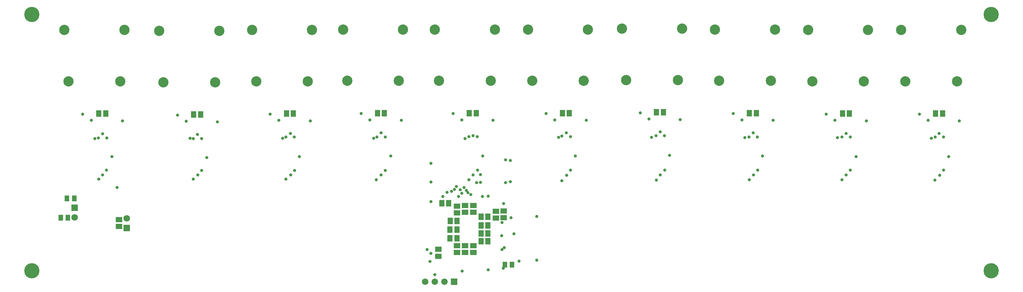
<source format=gbs>
G04 Layer_Color=16711935*
%FSLAX25Y25*%
%MOIN*%
G70*
G01*
G75*
%ADD35R,0.04934X0.06312*%
%ADD42R,0.05328X0.06509*%
%ADD43R,0.06509X0.05328*%
%ADD45C,0.15800*%
%ADD46R,0.06706X0.06706*%
%ADD47C,0.06706*%
%ADD48C,0.06800*%
%ADD49R,0.06800X0.06800*%
%ADD50C,0.10642*%
%ADD51C,0.03162*%
D35*
X568760Y223000D02*
D03*
X576240D02*
D03*
X116000Y271500D02*
D03*
X108520D02*
D03*
X122480Y291500D02*
D03*
X115000D02*
D03*
D42*
X551185Y272642D02*
D03*
X544098D02*
D03*
X510728Y286642D02*
D03*
X503642D02*
D03*
X551185Y263642D02*
D03*
X544098D02*
D03*
X551185Y255142D02*
D03*
X544098D02*
D03*
X551185Y247142D02*
D03*
X544098D02*
D03*
X512055Y250142D02*
D03*
X519142D02*
D03*
X512055Y259142D02*
D03*
X519142D02*
D03*
X512098Y268142D02*
D03*
X519185D02*
D03*
X1015413Y379500D02*
D03*
X1022500D02*
D03*
X918913D02*
D03*
X926000D02*
D03*
X822413Y380000D02*
D03*
X829500D02*
D03*
X726083Y380850D02*
D03*
X733169D02*
D03*
X628563Y380000D02*
D03*
X635650D02*
D03*
X532063D02*
D03*
X539150D02*
D03*
X436913D02*
D03*
X444000D02*
D03*
X342563Y379500D02*
D03*
X349650D02*
D03*
X246413Y378500D02*
D03*
X253500D02*
D03*
X148063Y379500D02*
D03*
X155150D02*
D03*
D43*
X527598Y284185D02*
D03*
Y277098D02*
D03*
X519098Y283685D02*
D03*
Y276598D02*
D03*
X536098Y284185D02*
D03*
Y277098D02*
D03*
X527598Y235642D02*
D03*
Y242728D02*
D03*
X536098Y235555D02*
D03*
Y242642D02*
D03*
X519098Y235642D02*
D03*
Y242728D02*
D03*
X559642Y278185D02*
D03*
Y271098D02*
D03*
X499821Y238773D02*
D03*
Y231687D02*
D03*
X567642Y278728D02*
D03*
Y271642D02*
D03*
X169000Y269500D02*
D03*
Y262413D02*
D03*
D45*
X78740Y482283D02*
D03*
Y216535D02*
D03*
X1072835D02*
D03*
Y482283D02*
D03*
D46*
X516142Y205142D02*
D03*
D47*
X506142D02*
D03*
X496142D02*
D03*
X486142D02*
D03*
D48*
X123000Y272000D02*
D03*
X177000Y271000D02*
D03*
D49*
X123000Y282000D02*
D03*
X177000Y261000D02*
D03*
D50*
X1041831Y466150D02*
D03*
X979626D02*
D03*
X983957Y413000D02*
D03*
X1037500D02*
D03*
X945331Y466150D02*
D03*
X883126D02*
D03*
X887457Y413000D02*
D03*
X941000D02*
D03*
X848831Y466650D02*
D03*
X786626D02*
D03*
X790957Y413500D02*
D03*
X844500D02*
D03*
X752500Y467500D02*
D03*
X690295D02*
D03*
X694626Y414350D02*
D03*
X748169D02*
D03*
X654980Y466650D02*
D03*
X592776D02*
D03*
X597106Y413500D02*
D03*
X650650D02*
D03*
X558480Y466650D02*
D03*
X496276D02*
D03*
X500606Y413500D02*
D03*
X554150D02*
D03*
X463331Y466650D02*
D03*
X401126D02*
D03*
X405457Y413500D02*
D03*
X459000D02*
D03*
X368980Y466150D02*
D03*
X306776D02*
D03*
X311106Y413000D02*
D03*
X364650D02*
D03*
X272831Y465150D02*
D03*
X210626D02*
D03*
X214957Y412000D02*
D03*
X268500D02*
D03*
X174480Y466150D02*
D03*
X112276D02*
D03*
X116606Y413000D02*
D03*
X170150D02*
D03*
D51*
X167000Y303000D02*
D03*
X1011000Y354000D02*
D03*
X913500Y354500D02*
D03*
X817500D02*
D03*
X531443Y311057D02*
D03*
X721000Y355000D02*
D03*
X624500D02*
D03*
X527500Y353500D02*
D03*
X433000Y354000D02*
D03*
X338500D02*
D03*
X516500Y301000D02*
D03*
X242500Y354000D02*
D03*
X513500Y299000D02*
D03*
X524642Y216142D02*
D03*
X347000Y316000D02*
D03*
X342000Y311500D02*
D03*
X144000Y353500D02*
D03*
X496142Y212642D02*
D03*
X152000Y316000D02*
D03*
X147443Y354116D02*
D03*
X254500Y320500D02*
D03*
X156000Y321000D02*
D03*
X351000Y320500D02*
D03*
X350711Y355116D02*
D03*
X492098Y288142D02*
D03*
X567402Y219402D02*
D03*
X492142Y234642D02*
D03*
X488182Y238601D02*
D03*
X491142Y226142D02*
D03*
X509026Y298026D02*
D03*
X504642Y293642D02*
D03*
X1023561Y320939D02*
D03*
X1019500Y315500D02*
D03*
X1014500Y310500D02*
D03*
X927061Y355116D02*
D03*
X830561D02*
D03*
X734231Y356616D02*
D03*
X637000Y355500D02*
D03*
X927000Y321000D02*
D03*
X831000D02*
D03*
X734500D02*
D03*
X637000D02*
D03*
X540211Y355616D02*
D03*
X445061Y355116D02*
D03*
X254561Y353616D02*
D03*
X156211Y354116D02*
D03*
X540500Y321000D02*
D03*
X445000Y320500D02*
D03*
X918293Y355116D02*
D03*
X725462Y356616D02*
D03*
X821793Y355116D02*
D03*
X627943Y356116D02*
D03*
X531443Y355616D02*
D03*
X918293Y311000D02*
D03*
X822147Y310853D02*
D03*
X726000Y310500D02*
D03*
X627943Y310057D02*
D03*
X436293Y355116D02*
D03*
X341943D02*
D03*
X245793Y353616D02*
D03*
X435500Y311000D02*
D03*
X148000Y311500D02*
D03*
X246000D02*
D03*
X922500Y359000D02*
D03*
X730000Y360500D02*
D03*
X826177Y359500D02*
D03*
X632500D02*
D03*
X826500Y316000D02*
D03*
X922500D02*
D03*
X536000D02*
D03*
X730000D02*
D03*
X633000Y315500D02*
D03*
X440677Y359500D02*
D03*
X346500Y359000D02*
D03*
X250177Y358000D02*
D03*
X151827Y358500D02*
D03*
X440500Y316000D02*
D03*
X250500Y315900D02*
D03*
X1023561Y355116D02*
D03*
X1014793D02*
D03*
X1019000Y359000D02*
D03*
X172650Y372000D02*
D03*
X140150Y372500D02*
D03*
X131150Y379000D02*
D03*
X1040000Y372000D02*
D03*
X998500Y379000D02*
D03*
X1007500Y372500D02*
D03*
X902000Y379000D02*
D03*
X943500Y372000D02*
D03*
X911000Y372500D02*
D03*
X805500Y379500D02*
D03*
X847000Y372500D02*
D03*
X814500Y373000D02*
D03*
X709169Y380350D02*
D03*
X750669Y373350D02*
D03*
X718169Y373850D02*
D03*
X653150Y372500D02*
D03*
X611650Y379500D02*
D03*
X620650Y373000D02*
D03*
X515150Y379500D02*
D03*
X556650Y372500D02*
D03*
X524150Y373000D02*
D03*
X461500Y372500D02*
D03*
X420000Y379500D02*
D03*
X429000Y373000D02*
D03*
X325650Y379000D02*
D03*
X367150Y372000D02*
D03*
X334650Y372500D02*
D03*
X271000Y371000D02*
D03*
X229500Y378000D02*
D03*
X238500Y371500D02*
D03*
X567642Y286142D02*
D03*
X575142Y271642D02*
D03*
X551642Y217642D02*
D03*
X161500Y335000D02*
D03*
X260000Y334000D02*
D03*
X356000Y335000D02*
D03*
X450500Y335500D02*
D03*
X546000D02*
D03*
X642000D02*
D03*
X739650Y336350D02*
D03*
X836000Y335500D02*
D03*
X933000Y335000D02*
D03*
X1029000D02*
D03*
X568142Y240642D02*
D03*
X583642Y226642D02*
D03*
X602000Y273000D02*
D03*
Y227500D02*
D03*
X566000Y238500D02*
D03*
Y266500D02*
D03*
X545642Y293642D02*
D03*
X551476Y293876D02*
D03*
X520781Y293719D02*
D03*
X524100Y296900D02*
D03*
X533482Y295500D02*
D03*
X518500Y304000D02*
D03*
X522500Y300500D02*
D03*
X530500Y297500D02*
D03*
X528781Y300000D02*
D03*
X526500Y303000D02*
D03*
X539500Y308000D02*
D03*
X543602Y308102D02*
D03*
Y316102D02*
D03*
X574750Y330750D02*
D03*
Y308750D02*
D03*
X535827Y356500D02*
D03*
X569500Y331500D02*
D03*
Y308000D02*
D03*
X492098Y308500D02*
D03*
Y328000D02*
D03*
X578276Y254776D02*
D03*
X565669Y252831D02*
D03*
M02*

</source>
